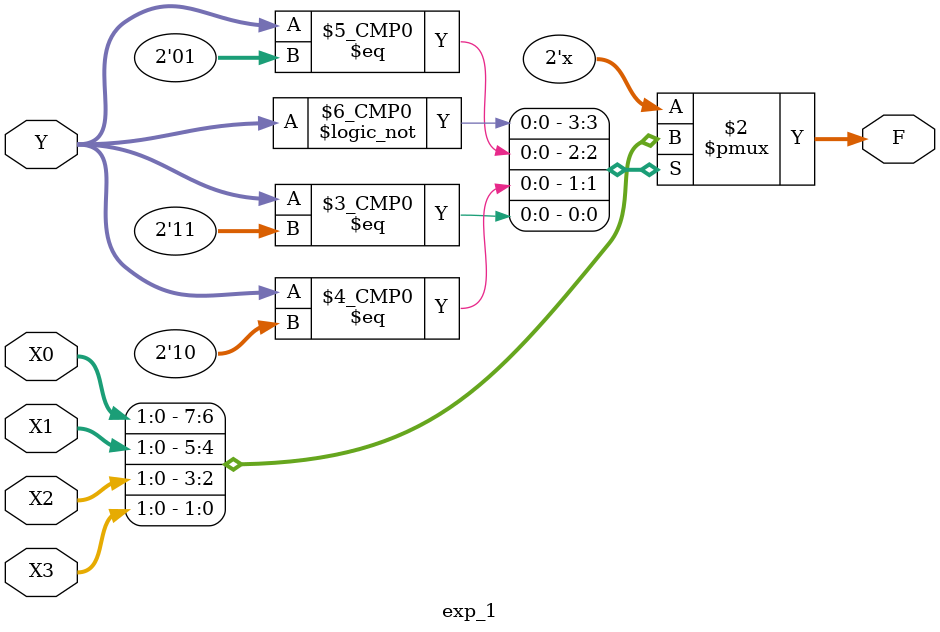
<source format=v>

module exp_1(X0,X1,X2,X3,Y,F);
	input [1:0] X0; 
	input [1:0] X1;
	input [1:0] X2;
	input [1:0] X3;
	input [1:0] Y;
	output reg[1:0] F; 
	
	always @ (*)
		case(Y)
			0: F=X0;
			1: F=X1;
			2: F=X2;
			3: F=X3;
			default: F=2'b00;
		endcase

endmodule
</source>
